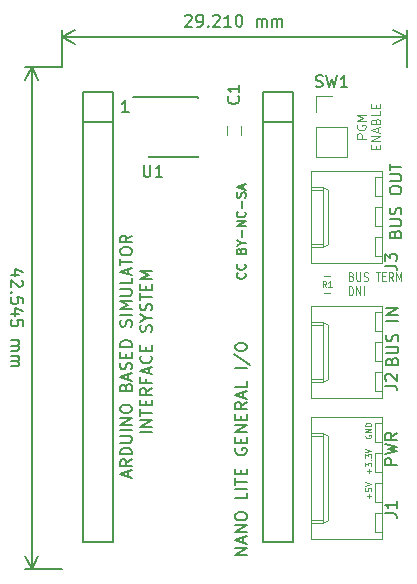
<source format=gbr>
G04 #@! TF.GenerationSoftware,KiCad,Pcbnew,(5.1.4-0-10_14)*
G04 #@! TF.CreationDate,2019-11-14T12:21:28+01:00*
G04 #@! TF.ProjectId,NANO IO,4e414e4f-2049-44f2-9e6b-696361645f70,-*
G04 #@! TF.SameCoordinates,Original*
G04 #@! TF.FileFunction,Legend,Top*
G04 #@! TF.FilePolarity,Positive*
%FSLAX46Y46*%
G04 Gerber Fmt 4.6, Leading zero omitted, Abs format (unit mm)*
G04 Created by KiCad (PCBNEW (5.1.4-0-10_14)) date 2019-11-14 12:21:28*
%MOMM*%
%LPD*%
G04 APERTURE LIST*
%ADD10C,0.150000*%
%ADD11C,0.080000*%
%ADD12C,0.187500*%
%ADD13C,0.200000*%
%ADD14C,0.100000*%
%ADD15C,0.120000*%
G04 APERTURE END LIST*
D10*
X123374286Y-86820833D02*
X122707620Y-86820833D01*
X123755239Y-86582738D02*
X123040953Y-86344642D01*
X123040953Y-86963690D01*
X123612381Y-87297023D02*
X123660001Y-87344642D01*
X123707620Y-87439880D01*
X123707620Y-87677976D01*
X123660001Y-87773214D01*
X123612381Y-87820833D01*
X123517143Y-87868452D01*
X123421905Y-87868452D01*
X123279048Y-87820833D01*
X122707620Y-87249404D01*
X122707620Y-87868452D01*
X122802858Y-88297023D02*
X122755239Y-88344642D01*
X122707620Y-88297023D01*
X122755239Y-88249404D01*
X122802858Y-88297023D01*
X122707620Y-88297023D01*
X123707620Y-89249404D02*
X123707620Y-88773214D01*
X123231429Y-88725595D01*
X123279048Y-88773214D01*
X123326667Y-88868452D01*
X123326667Y-89106547D01*
X123279048Y-89201785D01*
X123231429Y-89249404D01*
X123136191Y-89297023D01*
X122898096Y-89297023D01*
X122802858Y-89249404D01*
X122755239Y-89201785D01*
X122707620Y-89106547D01*
X122707620Y-88868452D01*
X122755239Y-88773214D01*
X122802858Y-88725595D01*
X123374286Y-90154166D02*
X122707620Y-90154166D01*
X123755239Y-89916071D02*
X123040953Y-89677976D01*
X123040953Y-90297023D01*
X123707620Y-91154166D02*
X123707620Y-90677976D01*
X123231429Y-90630357D01*
X123279048Y-90677976D01*
X123326667Y-90773214D01*
X123326667Y-91011309D01*
X123279048Y-91106547D01*
X123231429Y-91154166D01*
X123136191Y-91201785D01*
X122898096Y-91201785D01*
X122802858Y-91154166D01*
X122755239Y-91106547D01*
X122707620Y-91011309D01*
X122707620Y-90773214D01*
X122755239Y-90677976D01*
X122802858Y-90630357D01*
X122707620Y-92392261D02*
X123374286Y-92392261D01*
X123279048Y-92392261D02*
X123326667Y-92439880D01*
X123374286Y-92535119D01*
X123374286Y-92677976D01*
X123326667Y-92773214D01*
X123231429Y-92820833D01*
X122707620Y-92820833D01*
X123231429Y-92820833D02*
X123326667Y-92868452D01*
X123374286Y-92963690D01*
X123374286Y-93106547D01*
X123326667Y-93201785D01*
X123231429Y-93249404D01*
X122707620Y-93249404D01*
X122707620Y-93725595D02*
X123374286Y-93725595D01*
X123279048Y-93725595D02*
X123326667Y-93773214D01*
X123374286Y-93868452D01*
X123374286Y-94011309D01*
X123326667Y-94106547D01*
X123231429Y-94154166D01*
X122707620Y-94154166D01*
X123231429Y-94154166D02*
X123326667Y-94201785D01*
X123374286Y-94297023D01*
X123374286Y-94439880D01*
X123326667Y-94535119D01*
X123231429Y-94582738D01*
X122707620Y-94582738D01*
X124460001Y-69215000D02*
X124460001Y-111760000D01*
X127000000Y-69215000D02*
X123873580Y-69215000D01*
X127000000Y-111760000D02*
X123873580Y-111760000D01*
X124460001Y-111760000D02*
X123873580Y-110633496D01*
X124460001Y-111760000D02*
X125046422Y-110633496D01*
X124460001Y-69215000D02*
X123873580Y-70341504D01*
X124460001Y-69215000D02*
X125046422Y-70341504D01*
X137462142Y-64922619D02*
X137509761Y-64875000D01*
X137605000Y-64827380D01*
X137843095Y-64827380D01*
X137938333Y-64875000D01*
X137985952Y-64922619D01*
X138033571Y-65017857D01*
X138033571Y-65113095D01*
X137985952Y-65255952D01*
X137414523Y-65827380D01*
X138033571Y-65827380D01*
X138509761Y-65827380D02*
X138700238Y-65827380D01*
X138795476Y-65779761D01*
X138843095Y-65732142D01*
X138938333Y-65589285D01*
X138985952Y-65398809D01*
X138985952Y-65017857D01*
X138938333Y-64922619D01*
X138890714Y-64875000D01*
X138795476Y-64827380D01*
X138605000Y-64827380D01*
X138509761Y-64875000D01*
X138462142Y-64922619D01*
X138414523Y-65017857D01*
X138414523Y-65255952D01*
X138462142Y-65351190D01*
X138509761Y-65398809D01*
X138605000Y-65446428D01*
X138795476Y-65446428D01*
X138890714Y-65398809D01*
X138938333Y-65351190D01*
X138985952Y-65255952D01*
X139414523Y-65732142D02*
X139462142Y-65779761D01*
X139414523Y-65827380D01*
X139366904Y-65779761D01*
X139414523Y-65732142D01*
X139414523Y-65827380D01*
X139843095Y-64922619D02*
X139890714Y-64875000D01*
X139985952Y-64827380D01*
X140224047Y-64827380D01*
X140319285Y-64875000D01*
X140366904Y-64922619D01*
X140414523Y-65017857D01*
X140414523Y-65113095D01*
X140366904Y-65255952D01*
X139795476Y-65827380D01*
X140414523Y-65827380D01*
X141366904Y-65827380D02*
X140795476Y-65827380D01*
X141081190Y-65827380D02*
X141081190Y-64827380D01*
X140985952Y-64970238D01*
X140890714Y-65065476D01*
X140795476Y-65113095D01*
X141985952Y-64827380D02*
X142081190Y-64827380D01*
X142176428Y-64875000D01*
X142224047Y-64922619D01*
X142271666Y-65017857D01*
X142319285Y-65208333D01*
X142319285Y-65446428D01*
X142271666Y-65636904D01*
X142224047Y-65732142D01*
X142176428Y-65779761D01*
X142081190Y-65827380D01*
X141985952Y-65827380D01*
X141890714Y-65779761D01*
X141843095Y-65732142D01*
X141795476Y-65636904D01*
X141747857Y-65446428D01*
X141747857Y-65208333D01*
X141795476Y-65017857D01*
X141843095Y-64922619D01*
X141890714Y-64875000D01*
X141985952Y-64827380D01*
X143509761Y-65827380D02*
X143509761Y-65160714D01*
X143509761Y-65255952D02*
X143557380Y-65208333D01*
X143652619Y-65160714D01*
X143795476Y-65160714D01*
X143890714Y-65208333D01*
X143938333Y-65303571D01*
X143938333Y-65827380D01*
X143938333Y-65303571D02*
X143985952Y-65208333D01*
X144081190Y-65160714D01*
X144224047Y-65160714D01*
X144319285Y-65208333D01*
X144366904Y-65303571D01*
X144366904Y-65827380D01*
X144843095Y-65827380D02*
X144843095Y-65160714D01*
X144843095Y-65255952D02*
X144890714Y-65208333D01*
X144985952Y-65160714D01*
X145128809Y-65160714D01*
X145224047Y-65208333D01*
X145271666Y-65303571D01*
X145271666Y-65827380D01*
X145271666Y-65303571D02*
X145319285Y-65208333D01*
X145414523Y-65160714D01*
X145557380Y-65160714D01*
X145652619Y-65208333D01*
X145700238Y-65303571D01*
X145700238Y-65827380D01*
X127000000Y-66675000D02*
X156210000Y-66675000D01*
X127000000Y-69215000D02*
X127000000Y-66088579D01*
X156210000Y-69215000D02*
X156210000Y-66088579D01*
X156210000Y-66675000D02*
X155083496Y-67261421D01*
X156210000Y-66675000D02*
X155083496Y-66088579D01*
X127000000Y-66675000D02*
X128126504Y-67261421D01*
X127000000Y-66675000D02*
X128126504Y-66088579D01*
D11*
X151539142Y-86973928D02*
X151628428Y-87009642D01*
X151658190Y-87045357D01*
X151687952Y-87116785D01*
X151687952Y-87223928D01*
X151658190Y-87295357D01*
X151628428Y-87331071D01*
X151568904Y-87366785D01*
X151330809Y-87366785D01*
X151330809Y-86616785D01*
X151539142Y-86616785D01*
X151598666Y-86652500D01*
X151628428Y-86688214D01*
X151658190Y-86759642D01*
X151658190Y-86831071D01*
X151628428Y-86902500D01*
X151598666Y-86938214D01*
X151539142Y-86973928D01*
X151330809Y-86973928D01*
X151955809Y-86616785D02*
X151955809Y-87223928D01*
X151985571Y-87295357D01*
X152015333Y-87331071D01*
X152074857Y-87366785D01*
X152193904Y-87366785D01*
X152253428Y-87331071D01*
X152283190Y-87295357D01*
X152312952Y-87223928D01*
X152312952Y-86616785D01*
X152580809Y-87331071D02*
X152670095Y-87366785D01*
X152818904Y-87366785D01*
X152878428Y-87331071D01*
X152908190Y-87295357D01*
X152937952Y-87223928D01*
X152937952Y-87152500D01*
X152908190Y-87081071D01*
X152878428Y-87045357D01*
X152818904Y-87009642D01*
X152699857Y-86973928D01*
X152640333Y-86938214D01*
X152610571Y-86902500D01*
X152580809Y-86831071D01*
X152580809Y-86759642D01*
X152610571Y-86688214D01*
X152640333Y-86652500D01*
X152699857Y-86616785D01*
X152848666Y-86616785D01*
X152937952Y-86652500D01*
X153592714Y-86616785D02*
X153949857Y-86616785D01*
X153771285Y-87366785D02*
X153771285Y-86616785D01*
X154158190Y-86973928D02*
X154366523Y-86973928D01*
X154455809Y-87366785D02*
X154158190Y-87366785D01*
X154158190Y-86616785D01*
X154455809Y-86616785D01*
X155080809Y-87366785D02*
X154872476Y-87009642D01*
X154723666Y-87366785D02*
X154723666Y-86616785D01*
X154961761Y-86616785D01*
X155021285Y-86652500D01*
X155051047Y-86688214D01*
X155080809Y-86759642D01*
X155080809Y-86866785D01*
X155051047Y-86938214D01*
X155021285Y-86973928D01*
X154961761Y-87009642D01*
X154723666Y-87009642D01*
X155348666Y-87366785D02*
X155348666Y-86616785D01*
X155557000Y-87152500D01*
X155765333Y-86616785D01*
X155765333Y-87366785D01*
X151330809Y-88571785D02*
X151330809Y-87821785D01*
X151479619Y-87821785D01*
X151568904Y-87857500D01*
X151628428Y-87928928D01*
X151658190Y-88000357D01*
X151687952Y-88143214D01*
X151687952Y-88250357D01*
X151658190Y-88393214D01*
X151628428Y-88464642D01*
X151568904Y-88536071D01*
X151479619Y-88571785D01*
X151330809Y-88571785D01*
X151955809Y-88571785D02*
X151955809Y-87821785D01*
X152312952Y-88571785D01*
X152312952Y-87821785D01*
X152610571Y-88571785D02*
X152610571Y-87821785D01*
X152771785Y-75295000D02*
X152021785Y-75295000D01*
X152021785Y-75009285D01*
X152057500Y-74937857D01*
X152093214Y-74902142D01*
X152164642Y-74866428D01*
X152271785Y-74866428D01*
X152343214Y-74902142D01*
X152378928Y-74937857D01*
X152414642Y-75009285D01*
X152414642Y-75295000D01*
X152057500Y-74152142D02*
X152021785Y-74223571D01*
X152021785Y-74330714D01*
X152057500Y-74437857D01*
X152128928Y-74509285D01*
X152200357Y-74545000D01*
X152343214Y-74580714D01*
X152450357Y-74580714D01*
X152593214Y-74545000D01*
X152664642Y-74509285D01*
X152736071Y-74437857D01*
X152771785Y-74330714D01*
X152771785Y-74259285D01*
X152736071Y-74152142D01*
X152700357Y-74116428D01*
X152450357Y-74116428D01*
X152450357Y-74259285D01*
X152771785Y-73795000D02*
X152021785Y-73795000D01*
X152557500Y-73545000D01*
X152021785Y-73295000D01*
X152771785Y-73295000D01*
X153583928Y-76187857D02*
X153583928Y-75937857D01*
X153976785Y-75830714D02*
X153976785Y-76187857D01*
X153226785Y-76187857D01*
X153226785Y-75830714D01*
X153976785Y-75509285D02*
X153226785Y-75509285D01*
X153976785Y-75080714D01*
X153226785Y-75080714D01*
X153762500Y-74759285D02*
X153762500Y-74402142D01*
X153976785Y-74830714D02*
X153226785Y-74580714D01*
X153976785Y-74330714D01*
X153583928Y-73830714D02*
X153619642Y-73723571D01*
X153655357Y-73687857D01*
X153726785Y-73652142D01*
X153833928Y-73652142D01*
X153905357Y-73687857D01*
X153941071Y-73723571D01*
X153976785Y-73795000D01*
X153976785Y-74080714D01*
X153226785Y-74080714D01*
X153226785Y-73830714D01*
X153262500Y-73759285D01*
X153298214Y-73723571D01*
X153369642Y-73687857D01*
X153441071Y-73687857D01*
X153512500Y-73723571D01*
X153548214Y-73759285D01*
X153583928Y-73830714D01*
X153583928Y-74080714D01*
X153976785Y-72973571D02*
X153976785Y-73330714D01*
X153226785Y-73330714D01*
X153583928Y-72723571D02*
X153583928Y-72473571D01*
X153976785Y-72366428D02*
X153976785Y-72723571D01*
X153226785Y-72723571D01*
X153226785Y-72366428D01*
D12*
X142507857Y-86685000D02*
X142543571Y-86720714D01*
X142579285Y-86827857D01*
X142579285Y-86899285D01*
X142543571Y-87006428D01*
X142472142Y-87077857D01*
X142400714Y-87113571D01*
X142257857Y-87149285D01*
X142150714Y-87149285D01*
X142007857Y-87113571D01*
X141936428Y-87077857D01*
X141865000Y-87006428D01*
X141829285Y-86899285D01*
X141829285Y-86827857D01*
X141865000Y-86720714D01*
X141900714Y-86685000D01*
X142507857Y-85935000D02*
X142543571Y-85970714D01*
X142579285Y-86077857D01*
X142579285Y-86149285D01*
X142543571Y-86256428D01*
X142472142Y-86327857D01*
X142400714Y-86363571D01*
X142257857Y-86399285D01*
X142150714Y-86399285D01*
X142007857Y-86363571D01*
X141936428Y-86327857D01*
X141865000Y-86256428D01*
X141829285Y-86149285D01*
X141829285Y-86077857D01*
X141865000Y-85970714D01*
X141900714Y-85935000D01*
X142186428Y-84792142D02*
X142222142Y-84685000D01*
X142257857Y-84649285D01*
X142329285Y-84613571D01*
X142436428Y-84613571D01*
X142507857Y-84649285D01*
X142543571Y-84685000D01*
X142579285Y-84756428D01*
X142579285Y-85042142D01*
X141829285Y-85042142D01*
X141829285Y-84792142D01*
X141865000Y-84720714D01*
X141900714Y-84685000D01*
X141972142Y-84649285D01*
X142043571Y-84649285D01*
X142115000Y-84685000D01*
X142150714Y-84720714D01*
X142186428Y-84792142D01*
X142186428Y-85042142D01*
X142222142Y-84149285D02*
X142579285Y-84149285D01*
X141829285Y-84399285D02*
X142222142Y-84149285D01*
X141829285Y-83899285D01*
X142293571Y-83649285D02*
X142293571Y-83077857D01*
X142579285Y-82720714D02*
X141829285Y-82720714D01*
X142579285Y-82292142D01*
X141829285Y-82292142D01*
X142507857Y-81506428D02*
X142543571Y-81542142D01*
X142579285Y-81649285D01*
X142579285Y-81720714D01*
X142543571Y-81827857D01*
X142472142Y-81899285D01*
X142400714Y-81935000D01*
X142257857Y-81970714D01*
X142150714Y-81970714D01*
X142007857Y-81935000D01*
X141936428Y-81899285D01*
X141865000Y-81827857D01*
X141829285Y-81720714D01*
X141829285Y-81649285D01*
X141865000Y-81542142D01*
X141900714Y-81506428D01*
X142293571Y-81185000D02*
X142293571Y-80613571D01*
X142543571Y-80292142D02*
X142579285Y-80185000D01*
X142579285Y-80006428D01*
X142543571Y-79935000D01*
X142507857Y-79899285D01*
X142436428Y-79863571D01*
X142365000Y-79863571D01*
X142293571Y-79899285D01*
X142257857Y-79935000D01*
X142222142Y-80006428D01*
X142186428Y-80149285D01*
X142150714Y-80220714D01*
X142115000Y-80256428D01*
X142043571Y-80292142D01*
X141972142Y-80292142D01*
X141900714Y-80256428D01*
X141865000Y-80220714D01*
X141829285Y-80149285D01*
X141829285Y-79970714D01*
X141865000Y-79863571D01*
X142365000Y-79577857D02*
X142365000Y-79220714D01*
X142579285Y-79649285D02*
X141829285Y-79399285D01*
X142579285Y-79149285D01*
D13*
X142692380Y-110528571D02*
X141692380Y-110528571D01*
X142692380Y-109957142D01*
X141692380Y-109957142D01*
X142406666Y-109528571D02*
X142406666Y-109052380D01*
X142692380Y-109623809D02*
X141692380Y-109290476D01*
X142692380Y-108957142D01*
X142692380Y-108623809D02*
X141692380Y-108623809D01*
X142692380Y-108052380D01*
X141692380Y-108052380D01*
X141692380Y-107385714D02*
X141692380Y-107195238D01*
X141740000Y-107100000D01*
X141835238Y-107004761D01*
X142025714Y-106957142D01*
X142359047Y-106957142D01*
X142549523Y-107004761D01*
X142644761Y-107100000D01*
X142692380Y-107195238D01*
X142692380Y-107385714D01*
X142644761Y-107480952D01*
X142549523Y-107576190D01*
X142359047Y-107623809D01*
X142025714Y-107623809D01*
X141835238Y-107576190D01*
X141740000Y-107480952D01*
X141692380Y-107385714D01*
X142692380Y-105290476D02*
X142692380Y-105766666D01*
X141692380Y-105766666D01*
X142692380Y-104957142D02*
X141692380Y-104957142D01*
X141692380Y-104623809D02*
X141692380Y-104052380D01*
X142692380Y-104338095D02*
X141692380Y-104338095D01*
X142168571Y-103719047D02*
X142168571Y-103385714D01*
X142692380Y-103242857D02*
X142692380Y-103719047D01*
X141692380Y-103719047D01*
X141692380Y-103242857D01*
X141740000Y-101528571D02*
X141692380Y-101623809D01*
X141692380Y-101766666D01*
X141740000Y-101909523D01*
X141835238Y-102004761D01*
X141930476Y-102052380D01*
X142120952Y-102100000D01*
X142263809Y-102100000D01*
X142454285Y-102052380D01*
X142549523Y-102004761D01*
X142644761Y-101909523D01*
X142692380Y-101766666D01*
X142692380Y-101671428D01*
X142644761Y-101528571D01*
X142597142Y-101480952D01*
X142263809Y-101480952D01*
X142263809Y-101671428D01*
X142168571Y-101052380D02*
X142168571Y-100719047D01*
X142692380Y-100576190D02*
X142692380Y-101052380D01*
X141692380Y-101052380D01*
X141692380Y-100576190D01*
X142692380Y-100147619D02*
X141692380Y-100147619D01*
X142692380Y-99576190D01*
X141692380Y-99576190D01*
X142168571Y-99100000D02*
X142168571Y-98766666D01*
X142692380Y-98623809D02*
X142692380Y-99100000D01*
X141692380Y-99100000D01*
X141692380Y-98623809D01*
X142692380Y-97623809D02*
X142216190Y-97957142D01*
X142692380Y-98195238D02*
X141692380Y-98195238D01*
X141692380Y-97814285D01*
X141740000Y-97719047D01*
X141787619Y-97671428D01*
X141882857Y-97623809D01*
X142025714Y-97623809D01*
X142120952Y-97671428D01*
X142168571Y-97719047D01*
X142216190Y-97814285D01*
X142216190Y-98195238D01*
X142406666Y-97242857D02*
X142406666Y-96766666D01*
X142692380Y-97338095D02*
X141692380Y-97004761D01*
X142692380Y-96671428D01*
X142692380Y-95861904D02*
X142692380Y-96338095D01*
X141692380Y-96338095D01*
X142692380Y-94766666D02*
X141692380Y-94766666D01*
X141644761Y-93576190D02*
X142930476Y-94433333D01*
X141692380Y-93052380D02*
X141692380Y-92861904D01*
X141740000Y-92766666D01*
X141835238Y-92671428D01*
X142025714Y-92623809D01*
X142359047Y-92623809D01*
X142549523Y-92671428D01*
X142644761Y-92766666D01*
X142692380Y-92861904D01*
X142692380Y-93052380D01*
X142644761Y-93147619D01*
X142549523Y-93242857D01*
X142359047Y-93290476D01*
X142025714Y-93290476D01*
X141835238Y-93242857D01*
X141740000Y-93147619D01*
X141692380Y-93052380D01*
X132666666Y-103940238D02*
X132666666Y-103464047D01*
X132952380Y-104035476D02*
X131952380Y-103702142D01*
X132952380Y-103368809D01*
X132952380Y-102464047D02*
X132476190Y-102797380D01*
X132952380Y-103035476D02*
X131952380Y-103035476D01*
X131952380Y-102654523D01*
X132000000Y-102559285D01*
X132047619Y-102511666D01*
X132142857Y-102464047D01*
X132285714Y-102464047D01*
X132380952Y-102511666D01*
X132428571Y-102559285D01*
X132476190Y-102654523D01*
X132476190Y-103035476D01*
X132952380Y-102035476D02*
X131952380Y-102035476D01*
X131952380Y-101797380D01*
X132000000Y-101654523D01*
X132095238Y-101559285D01*
X132190476Y-101511666D01*
X132380952Y-101464047D01*
X132523809Y-101464047D01*
X132714285Y-101511666D01*
X132809523Y-101559285D01*
X132904761Y-101654523D01*
X132952380Y-101797380D01*
X132952380Y-102035476D01*
X131952380Y-101035476D02*
X132761904Y-101035476D01*
X132857142Y-100987857D01*
X132904761Y-100940238D01*
X132952380Y-100845000D01*
X132952380Y-100654523D01*
X132904761Y-100559285D01*
X132857142Y-100511666D01*
X132761904Y-100464047D01*
X131952380Y-100464047D01*
X132952380Y-99987857D02*
X131952380Y-99987857D01*
X132952380Y-99511666D02*
X131952380Y-99511666D01*
X132952380Y-98940238D01*
X131952380Y-98940238D01*
X131952380Y-98273571D02*
X131952380Y-98083095D01*
X132000000Y-97987857D01*
X132095238Y-97892619D01*
X132285714Y-97845000D01*
X132619047Y-97845000D01*
X132809523Y-97892619D01*
X132904761Y-97987857D01*
X132952380Y-98083095D01*
X132952380Y-98273571D01*
X132904761Y-98368809D01*
X132809523Y-98464047D01*
X132619047Y-98511666D01*
X132285714Y-98511666D01*
X132095238Y-98464047D01*
X132000000Y-98368809D01*
X131952380Y-98273571D01*
X132428571Y-96321190D02*
X132476190Y-96178333D01*
X132523809Y-96130714D01*
X132619047Y-96083095D01*
X132761904Y-96083095D01*
X132857142Y-96130714D01*
X132904761Y-96178333D01*
X132952380Y-96273571D01*
X132952380Y-96654523D01*
X131952380Y-96654523D01*
X131952380Y-96321190D01*
X132000000Y-96225952D01*
X132047619Y-96178333D01*
X132142857Y-96130714D01*
X132238095Y-96130714D01*
X132333333Y-96178333D01*
X132380952Y-96225952D01*
X132428571Y-96321190D01*
X132428571Y-96654523D01*
X132666666Y-95702142D02*
X132666666Y-95225952D01*
X132952380Y-95797380D02*
X131952380Y-95464047D01*
X132952380Y-95130714D01*
X132904761Y-94845000D02*
X132952380Y-94702142D01*
X132952380Y-94464047D01*
X132904761Y-94368809D01*
X132857142Y-94321190D01*
X132761904Y-94273571D01*
X132666666Y-94273571D01*
X132571428Y-94321190D01*
X132523809Y-94368809D01*
X132476190Y-94464047D01*
X132428571Y-94654523D01*
X132380952Y-94749761D01*
X132333333Y-94797380D01*
X132238095Y-94845000D01*
X132142857Y-94845000D01*
X132047619Y-94797380D01*
X132000000Y-94749761D01*
X131952380Y-94654523D01*
X131952380Y-94416428D01*
X132000000Y-94273571D01*
X132428571Y-93845000D02*
X132428571Y-93511666D01*
X132952380Y-93368809D02*
X132952380Y-93845000D01*
X131952380Y-93845000D01*
X131952380Y-93368809D01*
X132952380Y-92940238D02*
X131952380Y-92940238D01*
X131952380Y-92702142D01*
X132000000Y-92559285D01*
X132095238Y-92464047D01*
X132190476Y-92416428D01*
X132380952Y-92368809D01*
X132523809Y-92368809D01*
X132714285Y-92416428D01*
X132809523Y-92464047D01*
X132904761Y-92559285D01*
X132952380Y-92702142D01*
X132952380Y-92940238D01*
X132904761Y-91225952D02*
X132952380Y-91083095D01*
X132952380Y-90845000D01*
X132904761Y-90749761D01*
X132857142Y-90702142D01*
X132761904Y-90654523D01*
X132666666Y-90654523D01*
X132571428Y-90702142D01*
X132523809Y-90749761D01*
X132476190Y-90845000D01*
X132428571Y-91035476D01*
X132380952Y-91130714D01*
X132333333Y-91178333D01*
X132238095Y-91225952D01*
X132142857Y-91225952D01*
X132047619Y-91178333D01*
X132000000Y-91130714D01*
X131952380Y-91035476D01*
X131952380Y-90797380D01*
X132000000Y-90654523D01*
X132952380Y-90225952D02*
X131952380Y-90225952D01*
X132952380Y-89749761D02*
X131952380Y-89749761D01*
X132666666Y-89416428D01*
X131952380Y-89083095D01*
X132952380Y-89083095D01*
X131952380Y-88606904D02*
X132761904Y-88606904D01*
X132857142Y-88559285D01*
X132904761Y-88511666D01*
X132952380Y-88416428D01*
X132952380Y-88225952D01*
X132904761Y-88130714D01*
X132857142Y-88083095D01*
X132761904Y-88035476D01*
X131952380Y-88035476D01*
X132952380Y-87083095D02*
X132952380Y-87559285D01*
X131952380Y-87559285D01*
X132666666Y-86797380D02*
X132666666Y-86321190D01*
X132952380Y-86892619D02*
X131952380Y-86559285D01*
X132952380Y-86225952D01*
X131952380Y-86035476D02*
X131952380Y-85464047D01*
X132952380Y-85749761D02*
X131952380Y-85749761D01*
X131952380Y-84940238D02*
X131952380Y-84749761D01*
X132000000Y-84654523D01*
X132095238Y-84559285D01*
X132285714Y-84511666D01*
X132619047Y-84511666D01*
X132809523Y-84559285D01*
X132904761Y-84654523D01*
X132952380Y-84749761D01*
X132952380Y-84940238D01*
X132904761Y-85035476D01*
X132809523Y-85130714D01*
X132619047Y-85178333D01*
X132285714Y-85178333D01*
X132095238Y-85130714D01*
X132000000Y-85035476D01*
X131952380Y-84940238D01*
X132952380Y-83511666D02*
X132476190Y-83845000D01*
X132952380Y-84083095D02*
X131952380Y-84083095D01*
X131952380Y-83702142D01*
X132000000Y-83606904D01*
X132047619Y-83559285D01*
X132142857Y-83511666D01*
X132285714Y-83511666D01*
X132380952Y-83559285D01*
X132428571Y-83606904D01*
X132476190Y-83702142D01*
X132476190Y-84083095D01*
X134652380Y-100178333D02*
X133652380Y-100178333D01*
X134652380Y-99702142D02*
X133652380Y-99702142D01*
X134652380Y-99130714D01*
X133652380Y-99130714D01*
X133652380Y-98797380D02*
X133652380Y-98225952D01*
X134652380Y-98511666D02*
X133652380Y-98511666D01*
X134128571Y-97892619D02*
X134128571Y-97559285D01*
X134652380Y-97416428D02*
X134652380Y-97892619D01*
X133652380Y-97892619D01*
X133652380Y-97416428D01*
X134652380Y-96416428D02*
X134176190Y-96749761D01*
X134652380Y-96987857D02*
X133652380Y-96987857D01*
X133652380Y-96606904D01*
X133700000Y-96511666D01*
X133747619Y-96464047D01*
X133842857Y-96416428D01*
X133985714Y-96416428D01*
X134080952Y-96464047D01*
X134128571Y-96511666D01*
X134176190Y-96606904D01*
X134176190Y-96987857D01*
X134128571Y-95654523D02*
X134128571Y-95987857D01*
X134652380Y-95987857D02*
X133652380Y-95987857D01*
X133652380Y-95511666D01*
X134366666Y-95178333D02*
X134366666Y-94702142D01*
X134652380Y-95273571D02*
X133652380Y-94940238D01*
X134652380Y-94606904D01*
X134557142Y-93702142D02*
X134604761Y-93749761D01*
X134652380Y-93892619D01*
X134652380Y-93987857D01*
X134604761Y-94130714D01*
X134509523Y-94225952D01*
X134414285Y-94273571D01*
X134223809Y-94321190D01*
X134080952Y-94321190D01*
X133890476Y-94273571D01*
X133795238Y-94225952D01*
X133700000Y-94130714D01*
X133652380Y-93987857D01*
X133652380Y-93892619D01*
X133700000Y-93749761D01*
X133747619Y-93702142D01*
X134128571Y-93273571D02*
X134128571Y-92940238D01*
X134652380Y-92797380D02*
X134652380Y-93273571D01*
X133652380Y-93273571D01*
X133652380Y-92797380D01*
X134604761Y-91654523D02*
X134652380Y-91511666D01*
X134652380Y-91273571D01*
X134604761Y-91178333D01*
X134557142Y-91130714D01*
X134461904Y-91083095D01*
X134366666Y-91083095D01*
X134271428Y-91130714D01*
X134223809Y-91178333D01*
X134176190Y-91273571D01*
X134128571Y-91464047D01*
X134080952Y-91559285D01*
X134033333Y-91606904D01*
X133938095Y-91654523D01*
X133842857Y-91654523D01*
X133747619Y-91606904D01*
X133700000Y-91559285D01*
X133652380Y-91464047D01*
X133652380Y-91225952D01*
X133700000Y-91083095D01*
X134176190Y-90464047D02*
X134652380Y-90464047D01*
X133652380Y-90797380D02*
X134176190Y-90464047D01*
X133652380Y-90130714D01*
X134604761Y-89845000D02*
X134652380Y-89702142D01*
X134652380Y-89464047D01*
X134604761Y-89368809D01*
X134557142Y-89321190D01*
X134461904Y-89273571D01*
X134366666Y-89273571D01*
X134271428Y-89321190D01*
X134223809Y-89368809D01*
X134176190Y-89464047D01*
X134128571Y-89654523D01*
X134080952Y-89749761D01*
X134033333Y-89797380D01*
X133938095Y-89845000D01*
X133842857Y-89845000D01*
X133747619Y-89797380D01*
X133700000Y-89749761D01*
X133652380Y-89654523D01*
X133652380Y-89416428D01*
X133700000Y-89273571D01*
X133652380Y-88987857D02*
X133652380Y-88416428D01*
X134652380Y-88702142D02*
X133652380Y-88702142D01*
X134128571Y-88083095D02*
X134128571Y-87749761D01*
X134652380Y-87606904D02*
X134652380Y-88083095D01*
X133652380Y-88083095D01*
X133652380Y-87606904D01*
X134652380Y-87178333D02*
X133652380Y-87178333D01*
X134366666Y-86845000D01*
X133652380Y-86511666D01*
X134652380Y-86511666D01*
D14*
X152746900Y-100393452D02*
X152723090Y-100441071D01*
X152723090Y-100512500D01*
X152746900Y-100583928D01*
X152794519Y-100631547D01*
X152842138Y-100655357D01*
X152937376Y-100679166D01*
X153008804Y-100679166D01*
X153104042Y-100655357D01*
X153151661Y-100631547D01*
X153199280Y-100583928D01*
X153223090Y-100512500D01*
X153223090Y-100464880D01*
X153199280Y-100393452D01*
X153175471Y-100369642D01*
X153008804Y-100369642D01*
X153008804Y-100464880D01*
X153223090Y-100155357D02*
X152723090Y-100155357D01*
X153223090Y-99869642D01*
X152723090Y-99869642D01*
X153223090Y-99631547D02*
X152723090Y-99631547D01*
X152723090Y-99512500D01*
X152746900Y-99441071D01*
X152794519Y-99393452D01*
X152842138Y-99369642D01*
X152937376Y-99345833D01*
X153008804Y-99345833D01*
X153104042Y-99369642D01*
X153151661Y-99393452D01*
X153199280Y-99441071D01*
X153223090Y-99512500D01*
X153223090Y-99631547D01*
X153032614Y-103616000D02*
X153032614Y-103235047D01*
X153223090Y-103425523D02*
X152842138Y-103425523D01*
X152723090Y-103044571D02*
X152723090Y-102735047D01*
X152913566Y-102901714D01*
X152913566Y-102830285D01*
X152937376Y-102782666D01*
X152961185Y-102758857D01*
X153008804Y-102735047D01*
X153127852Y-102735047D01*
X153175471Y-102758857D01*
X153199280Y-102782666D01*
X153223090Y-102830285D01*
X153223090Y-102973142D01*
X153199280Y-103020761D01*
X153175471Y-103044571D01*
X153175471Y-102520761D02*
X153199280Y-102496952D01*
X153223090Y-102520761D01*
X153199280Y-102544571D01*
X153175471Y-102520761D01*
X153223090Y-102520761D01*
X152723090Y-102330285D02*
X152723090Y-102020761D01*
X152913566Y-102187428D01*
X152913566Y-102116000D01*
X152937376Y-102068380D01*
X152961185Y-102044571D01*
X153008804Y-102020761D01*
X153127852Y-102020761D01*
X153175471Y-102044571D01*
X153199280Y-102068380D01*
X153223090Y-102116000D01*
X153223090Y-102258857D01*
X153199280Y-102306476D01*
X153175471Y-102330285D01*
X152723090Y-101877904D02*
X153223090Y-101711238D01*
X152723090Y-101544571D01*
X153032614Y-105735357D02*
X153032614Y-105354404D01*
X153223090Y-105544880D02*
X152842138Y-105544880D01*
X152723090Y-104878214D02*
X152723090Y-105116309D01*
X152961185Y-105140119D01*
X152937376Y-105116309D01*
X152913566Y-105068690D01*
X152913566Y-104949642D01*
X152937376Y-104902023D01*
X152961185Y-104878214D01*
X153008804Y-104854404D01*
X153127852Y-104854404D01*
X153175471Y-104878214D01*
X153199280Y-104902023D01*
X153223090Y-104949642D01*
X153223090Y-105068690D01*
X153199280Y-105116309D01*
X153175471Y-105140119D01*
X152723090Y-104711547D02*
X153223090Y-104544880D01*
X152723090Y-104378214D01*
D10*
X132695914Y-73045580D02*
X132124485Y-73045580D01*
X132410200Y-73045580D02*
X132410200Y-72045580D01*
X132314961Y-72188438D01*
X132219723Y-72283676D01*
X132124485Y-72331295D01*
D15*
X148530000Y-71695000D02*
X149860000Y-71695000D01*
X148530000Y-73025000D02*
X148530000Y-71695000D01*
X148530000Y-74295000D02*
X151190000Y-74295000D01*
X151190000Y-74295000D02*
X151190000Y-76895000D01*
X148530000Y-74295000D02*
X148530000Y-76895000D01*
X148530000Y-76895000D02*
X151190000Y-76895000D01*
X154124600Y-98833000D02*
X148124600Y-98833000D01*
X148124600Y-98833000D02*
X148124600Y-109193000D01*
X148124600Y-109193000D02*
X154124600Y-109193000D01*
X154124600Y-109193000D02*
X154124600Y-98833000D01*
X148124600Y-100203000D02*
X149124600Y-100203000D01*
X149124600Y-100203000D02*
X149124600Y-107823000D01*
X149124600Y-107823000D02*
X148124600Y-107823000D01*
X149124600Y-100203000D02*
X149554600Y-100453000D01*
X149554600Y-100453000D02*
X149554600Y-107573000D01*
X149554600Y-107573000D02*
X149124600Y-107823000D01*
X148124600Y-100453000D02*
X149124600Y-100453000D01*
X148124600Y-107573000D02*
X149124600Y-107573000D01*
X154124600Y-99403000D02*
X153504600Y-99403000D01*
X153504600Y-99403000D02*
X153504600Y-101003000D01*
X153504600Y-101003000D02*
X154124600Y-101003000D01*
X154124600Y-101943000D02*
X153504600Y-101943000D01*
X153504600Y-101943000D02*
X153504600Y-103543000D01*
X153504600Y-103543000D02*
X154124600Y-103543000D01*
X154124600Y-104483000D02*
X153504600Y-104483000D01*
X153504600Y-104483000D02*
X153504600Y-106083000D01*
X153504600Y-106083000D02*
X154124600Y-106083000D01*
X154124600Y-107023000D02*
X153504600Y-107023000D01*
X153504600Y-107023000D02*
X153504600Y-108623000D01*
X153504600Y-108623000D02*
X154124600Y-108623000D01*
D10*
X131394200Y-73863200D02*
X131394200Y-71323200D01*
X131394200Y-71323200D02*
X128854200Y-71323200D01*
X128854200Y-71323200D02*
X128854200Y-73863200D01*
X131394200Y-73863200D02*
X131394200Y-109423200D01*
X131394200Y-109423200D02*
X128854200Y-109423200D01*
X128854200Y-109423200D02*
X128854200Y-73863200D01*
X128854200Y-73863200D02*
X131394200Y-73863200D01*
X146634200Y-73863200D02*
X146634200Y-71323200D01*
X146634200Y-71323200D02*
X144094200Y-71323200D01*
X144094200Y-71323200D02*
X144094200Y-73863200D01*
X146634200Y-73863200D02*
X146634200Y-109423200D01*
X146634200Y-109423200D02*
X144094200Y-109423200D01*
X144094200Y-109423200D02*
X144094200Y-73863200D01*
X144094200Y-73863200D02*
X146634200Y-73863200D01*
D15*
X142205000Y-74260000D02*
X142205000Y-74960000D01*
X141005000Y-74960000D02*
X141005000Y-74260000D01*
D10*
X134424600Y-71745400D02*
X134424600Y-71795400D01*
X138574600Y-71745400D02*
X138574600Y-71890400D01*
X138574600Y-76895400D02*
X138574600Y-76750400D01*
X134424600Y-76895400D02*
X134424600Y-76750400D01*
X134424600Y-71745400D02*
X138574600Y-71745400D01*
X134424600Y-76895400D02*
X138574600Y-76895400D01*
X134424600Y-71795400D02*
X133024600Y-71795400D01*
D15*
X154150000Y-89435000D02*
X148150000Y-89435000D01*
X148150000Y-89435000D02*
X148150000Y-97255000D01*
X148150000Y-97255000D02*
X154150000Y-97255000D01*
X154150000Y-97255000D02*
X154150000Y-89435000D01*
X148150000Y-90805000D02*
X149150000Y-90805000D01*
X149150000Y-90805000D02*
X149150000Y-95885000D01*
X149150000Y-95885000D02*
X148150000Y-95885000D01*
X149150000Y-90805000D02*
X149580000Y-91055000D01*
X149580000Y-91055000D02*
X149580000Y-95635000D01*
X149580000Y-95635000D02*
X149150000Y-95885000D01*
X148150000Y-91055000D02*
X149150000Y-91055000D01*
X148150000Y-95635000D02*
X149150000Y-95635000D01*
X154150000Y-90005000D02*
X153530000Y-90005000D01*
X153530000Y-90005000D02*
X153530000Y-91605000D01*
X153530000Y-91605000D02*
X154150000Y-91605000D01*
X154150000Y-92545000D02*
X153530000Y-92545000D01*
X153530000Y-92545000D02*
X153530000Y-94145000D01*
X153530000Y-94145000D02*
X154150000Y-94145000D01*
X154150000Y-95085000D02*
X153530000Y-95085000D01*
X153530000Y-95085000D02*
X153530000Y-96685000D01*
X153530000Y-96685000D02*
X154150000Y-96685000D01*
X154150000Y-78005000D02*
X148150000Y-78005000D01*
X148150000Y-78005000D02*
X148150000Y-85825000D01*
X148150000Y-85825000D02*
X154150000Y-85825000D01*
X154150000Y-85825000D02*
X154150000Y-78005000D01*
X148150000Y-79375000D02*
X149150000Y-79375000D01*
X149150000Y-79375000D02*
X149150000Y-84455000D01*
X149150000Y-84455000D02*
X148150000Y-84455000D01*
X149150000Y-79375000D02*
X149580000Y-79625000D01*
X149580000Y-79625000D02*
X149580000Y-84205000D01*
X149580000Y-84205000D02*
X149150000Y-84455000D01*
X148150000Y-79625000D02*
X149150000Y-79625000D01*
X148150000Y-84205000D02*
X149150000Y-84205000D01*
X154150000Y-78575000D02*
X153530000Y-78575000D01*
X153530000Y-78575000D02*
X153530000Y-80175000D01*
X153530000Y-80175000D02*
X154150000Y-80175000D01*
X154150000Y-81115000D02*
X153530000Y-81115000D01*
X153530000Y-81115000D02*
X153530000Y-82715000D01*
X153530000Y-82715000D02*
X154150000Y-82715000D01*
X154150000Y-83655000D02*
X153530000Y-83655000D01*
X153530000Y-83655000D02*
X153530000Y-85255000D01*
X153530000Y-85255000D02*
X154150000Y-85255000D01*
X149208748Y-86920000D02*
X149731252Y-86920000D01*
X149208748Y-88340000D02*
X149731252Y-88340000D01*
D10*
X148526666Y-70889761D02*
X148669523Y-70937380D01*
X148907619Y-70937380D01*
X149002857Y-70889761D01*
X149050476Y-70842142D01*
X149098095Y-70746904D01*
X149098095Y-70651666D01*
X149050476Y-70556428D01*
X149002857Y-70508809D01*
X148907619Y-70461190D01*
X148717142Y-70413571D01*
X148621904Y-70365952D01*
X148574285Y-70318333D01*
X148526666Y-70223095D01*
X148526666Y-70127857D01*
X148574285Y-70032619D01*
X148621904Y-69985000D01*
X148717142Y-69937380D01*
X148955238Y-69937380D01*
X149098095Y-69985000D01*
X149431428Y-69937380D02*
X149669523Y-70937380D01*
X149860000Y-70223095D01*
X150050476Y-70937380D01*
X150288571Y-69937380D01*
X151193333Y-70937380D02*
X150621904Y-70937380D01*
X150907619Y-70937380D02*
X150907619Y-69937380D01*
X150812380Y-70080238D01*
X150717142Y-70175476D01*
X150621904Y-70223095D01*
X154392380Y-107013333D02*
X155106666Y-107013333D01*
X155249523Y-107060952D01*
X155344761Y-107156190D01*
X155392380Y-107299047D01*
X155392380Y-107394285D01*
X155392380Y-106013333D02*
X155392380Y-106584761D01*
X155392380Y-106299047D02*
X154392380Y-106299047D01*
X154535238Y-106394285D01*
X154630476Y-106489523D01*
X154678095Y-106584761D01*
X155392380Y-102933333D02*
X154392380Y-102933333D01*
X154392380Y-102552380D01*
X154440000Y-102457142D01*
X154487619Y-102409523D01*
X154582857Y-102361904D01*
X154725714Y-102361904D01*
X154820952Y-102409523D01*
X154868571Y-102457142D01*
X154916190Y-102552380D01*
X154916190Y-102933333D01*
X154392380Y-102028571D02*
X155392380Y-101790476D01*
X154678095Y-101600000D01*
X155392380Y-101409523D01*
X154392380Y-101171428D01*
X155392380Y-100219047D02*
X154916190Y-100552380D01*
X155392380Y-100790476D02*
X154392380Y-100790476D01*
X154392380Y-100409523D01*
X154440000Y-100314285D01*
X154487619Y-100266666D01*
X154582857Y-100219047D01*
X154725714Y-100219047D01*
X154820952Y-100266666D01*
X154868571Y-100314285D01*
X154916190Y-100409523D01*
X154916190Y-100790476D01*
X141962142Y-71728666D02*
X142009761Y-71776285D01*
X142057380Y-71919142D01*
X142057380Y-72014380D01*
X142009761Y-72157238D01*
X141914523Y-72252476D01*
X141819285Y-72300095D01*
X141628809Y-72347714D01*
X141485952Y-72347714D01*
X141295476Y-72300095D01*
X141200238Y-72252476D01*
X141105000Y-72157238D01*
X141057380Y-72014380D01*
X141057380Y-71919142D01*
X141105000Y-71776285D01*
X141152619Y-71728666D01*
X142057380Y-70776285D02*
X142057380Y-71347714D01*
X142057380Y-71062000D02*
X141057380Y-71062000D01*
X141200238Y-71157238D01*
X141295476Y-71252476D01*
X141343095Y-71347714D01*
X133959695Y-77531980D02*
X133959695Y-78341504D01*
X134007314Y-78436742D01*
X134054933Y-78484361D01*
X134150171Y-78531980D01*
X134340647Y-78531980D01*
X134435885Y-78484361D01*
X134483504Y-78436742D01*
X134531123Y-78341504D01*
X134531123Y-77531980D01*
X135531123Y-78531980D02*
X134959695Y-78531980D01*
X135245409Y-78531980D02*
X135245409Y-77531980D01*
X135150171Y-77674838D01*
X135054933Y-77770076D01*
X134959695Y-77817695D01*
X154392380Y-96218333D02*
X155106666Y-96218333D01*
X155249523Y-96265952D01*
X155344761Y-96361190D01*
X155392380Y-96504047D01*
X155392380Y-96599285D01*
X154487619Y-95789761D02*
X154440000Y-95742142D01*
X154392380Y-95646904D01*
X154392380Y-95408809D01*
X154440000Y-95313571D01*
X154487619Y-95265952D01*
X154582857Y-95218333D01*
X154678095Y-95218333D01*
X154820952Y-95265952D01*
X155392380Y-95837380D01*
X155392380Y-95218333D01*
X154970171Y-94146428D02*
X155017790Y-94003571D01*
X155065409Y-93955952D01*
X155160647Y-93908333D01*
X155303504Y-93908333D01*
X155398742Y-93955952D01*
X155446361Y-94003571D01*
X155493980Y-94098809D01*
X155493980Y-94479761D01*
X154493980Y-94479761D01*
X154493980Y-94146428D01*
X154541600Y-94051190D01*
X154589219Y-94003571D01*
X154684457Y-93955952D01*
X154779695Y-93955952D01*
X154874933Y-94003571D01*
X154922552Y-94051190D01*
X154970171Y-94146428D01*
X154970171Y-94479761D01*
X154493980Y-93479761D02*
X155303504Y-93479761D01*
X155398742Y-93432142D01*
X155446361Y-93384523D01*
X155493980Y-93289285D01*
X155493980Y-93098809D01*
X155446361Y-93003571D01*
X155398742Y-92955952D01*
X155303504Y-92908333D01*
X154493980Y-92908333D01*
X155446361Y-92479761D02*
X155493980Y-92336904D01*
X155493980Y-92098809D01*
X155446361Y-92003571D01*
X155398742Y-91955952D01*
X155303504Y-91908333D01*
X155208266Y-91908333D01*
X155113028Y-91955952D01*
X155065409Y-92003571D01*
X155017790Y-92098809D01*
X154970171Y-92289285D01*
X154922552Y-92384523D01*
X154874933Y-92432142D01*
X154779695Y-92479761D01*
X154684457Y-92479761D01*
X154589219Y-92432142D01*
X154541600Y-92384523D01*
X154493980Y-92289285D01*
X154493980Y-92051190D01*
X154541600Y-91908333D01*
X155493980Y-90717857D02*
X154493980Y-90717857D01*
X155493980Y-90241666D02*
X154493980Y-90241666D01*
X155493980Y-89670238D01*
X154493980Y-89670238D01*
X154392380Y-86058333D02*
X155106666Y-86058333D01*
X155249523Y-86105952D01*
X155344761Y-86201190D01*
X155392380Y-86344047D01*
X155392380Y-86439285D01*
X154392380Y-85677380D02*
X154392380Y-85058333D01*
X154773333Y-85391666D01*
X154773333Y-85248809D01*
X154820952Y-85153571D01*
X154868571Y-85105952D01*
X154963809Y-85058333D01*
X155201904Y-85058333D01*
X155297142Y-85105952D01*
X155344761Y-85153571D01*
X155392380Y-85248809D01*
X155392380Y-85534523D01*
X155344761Y-85629761D01*
X155297142Y-85677380D01*
X155249571Y-83383095D02*
X155297190Y-83240238D01*
X155344809Y-83192619D01*
X155440047Y-83145000D01*
X155582904Y-83145000D01*
X155678142Y-83192619D01*
X155725761Y-83240238D01*
X155773380Y-83335476D01*
X155773380Y-83716428D01*
X154773380Y-83716428D01*
X154773380Y-83383095D01*
X154821000Y-83287857D01*
X154868619Y-83240238D01*
X154963857Y-83192619D01*
X155059095Y-83192619D01*
X155154333Y-83240238D01*
X155201952Y-83287857D01*
X155249571Y-83383095D01*
X155249571Y-83716428D01*
X154773380Y-82716428D02*
X155582904Y-82716428D01*
X155678142Y-82668809D01*
X155725761Y-82621190D01*
X155773380Y-82525952D01*
X155773380Y-82335476D01*
X155725761Y-82240238D01*
X155678142Y-82192619D01*
X155582904Y-82145000D01*
X154773380Y-82145000D01*
X155725761Y-81716428D02*
X155773380Y-81573571D01*
X155773380Y-81335476D01*
X155725761Y-81240238D01*
X155678142Y-81192619D01*
X155582904Y-81145000D01*
X155487666Y-81145000D01*
X155392428Y-81192619D01*
X155344809Y-81240238D01*
X155297190Y-81335476D01*
X155249571Y-81525952D01*
X155201952Y-81621190D01*
X155154333Y-81668809D01*
X155059095Y-81716428D01*
X154963857Y-81716428D01*
X154868619Y-81668809D01*
X154821000Y-81621190D01*
X154773380Y-81525952D01*
X154773380Y-81287857D01*
X154821000Y-81145000D01*
X154773380Y-79764047D02*
X154773380Y-79573571D01*
X154821000Y-79478333D01*
X154916238Y-79383095D01*
X155106714Y-79335476D01*
X155440047Y-79335476D01*
X155630523Y-79383095D01*
X155725761Y-79478333D01*
X155773380Y-79573571D01*
X155773380Y-79764047D01*
X155725761Y-79859285D01*
X155630523Y-79954523D01*
X155440047Y-80002142D01*
X155106714Y-80002142D01*
X154916238Y-79954523D01*
X154821000Y-79859285D01*
X154773380Y-79764047D01*
X154773380Y-78906904D02*
X155582904Y-78906904D01*
X155678142Y-78859285D01*
X155725761Y-78811666D01*
X155773380Y-78716428D01*
X155773380Y-78525952D01*
X155725761Y-78430714D01*
X155678142Y-78383095D01*
X155582904Y-78335476D01*
X154773380Y-78335476D01*
X154773380Y-78002142D02*
X154773380Y-77430714D01*
X155773380Y-77716428D02*
X154773380Y-77716428D01*
D11*
X149386666Y-87856190D02*
X149220000Y-87618095D01*
X149100952Y-87856190D02*
X149100952Y-87356190D01*
X149291428Y-87356190D01*
X149339047Y-87380000D01*
X149362857Y-87403809D01*
X149386666Y-87451428D01*
X149386666Y-87522857D01*
X149362857Y-87570476D01*
X149339047Y-87594285D01*
X149291428Y-87618095D01*
X149100952Y-87618095D01*
X149862857Y-87856190D02*
X149577142Y-87856190D01*
X149720000Y-87856190D02*
X149720000Y-87356190D01*
X149672380Y-87427619D01*
X149624761Y-87475238D01*
X149577142Y-87499047D01*
M02*

</source>
